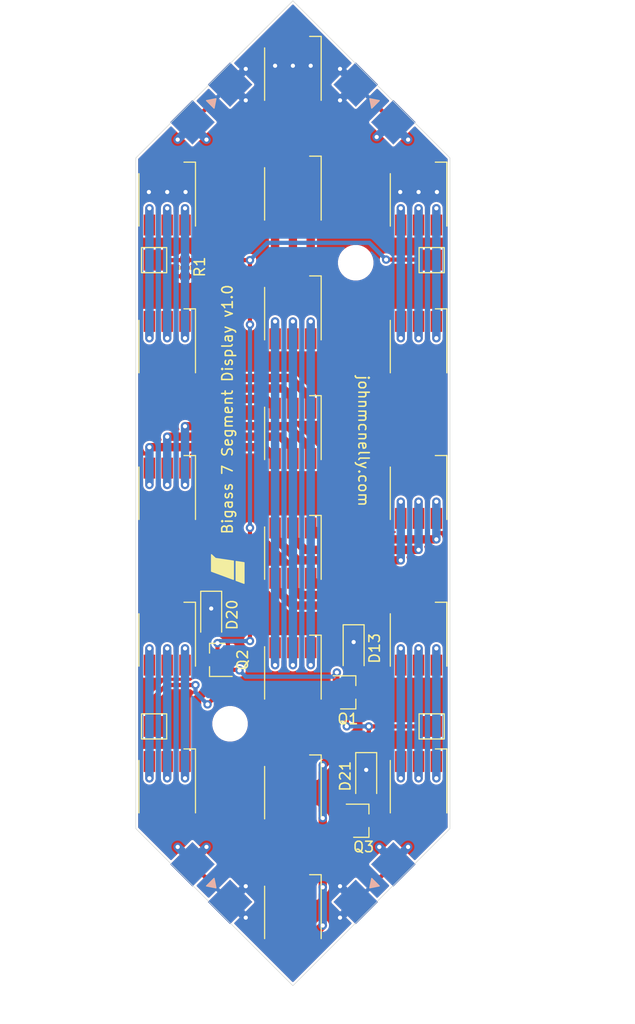
<source format=kicad_pcb>
(kicad_pcb (version 20171130) (host pcbnew "(5.1.7)-1")
  (layers (0 F.Cu signal) (31 B.Cu signal) (34 B.Paste user) (35 F.Paste user) (36 B.SilkS user) (37 F.SilkS user) (38 B.Mask user) (39 F.Mask user) (44 Edge.Cuts user))
  (net 0 "")
  (net 1 +12V)
  (net 2 "Net-(D10-Pad2)")
  (net 3 "Net-(D10-Pad1)")
  (net 4 GND)
  (net 5 /LED_ON)
  (net 6 "Net-(D10-Pad6)")
  (net 7 "Net-(D10-Pad5)")
  (net 8 "Net-(D10-Pad4)")
  (net 9 "Net-(D11-Pad4)")
  (net 10 "Net-(D11-Pad5)")
  (net 11 "Net-(D11-Pad6)")
  (net 12 "Net-(D12-Pad4)")
  (net 13 "Net-(D10-Pad3)")
  (net 14 "Net-(D20-Pad2)")
  (net 15 "Net-(D1-Pad6)")
  (net 16 "Net-(D1-Pad5)")
  (net 17 "Net-(D1-Pad4)")
  (net 18 "Net-(D2-Pad6)")
  (net 19 "Net-(D2-Pad5)")
  (net 20 "Net-(D2-Pad4)")
  (net 21 "Net-(D3-Pad6)")
  (net 22 "Net-(D3-Pad5)")
  (net 23 "Net-(D3-Pad4)")
  (net 24 "Net-(D4-Pad6)")
  (net 25 "Net-(D4-Pad5)")
  (net 26 "Net-(D4-Pad4)")
  (net 27 "Net-(D5-Pad6)")
  (net 28 "Net-(D5-Pad5)")
  (net 29 "Net-(D5-Pad4)")
  (net 30 "Net-(D7-Pad6)")
  (net 31 "Net-(D7-Pad5)")
  (net 32 "Net-(D7-Pad4)")
  (net 33 "Net-(D8-Pad6)")
  (net 34 "Net-(D8-Pad5)")
  (net 35 "Net-(D8-Pad4)")
  (net 36 "Net-(D14-Pad6)")
  (net 37 "Net-(D14-Pad5)")
  (net 38 "Net-(D14-Pad4)")
  (net 39 "Net-(D15-Pad6)")
  (net 40 "Net-(D15-Pad5)")
  (net 41 "Net-(D15-Pad4)")
  (net 42 "Net-(D16-Pad6)")
  (net 43 "Net-(D16-Pad5)")
  (net 44 "Net-(D16-Pad4)")
  (net 45 "Net-(D17-Pad6)")
  (net 46 "Net-(D17-Pad5)")
  (net 47 "Net-(D17-Pad4)")
  (net 48 "Net-(D18-Pad6)")
  (net 49 "Net-(D18-Pad5)")
  (net 50 "Net-(D18-Pad4)")
  (net 51 "Net-(D19-Pad4)")
  (module Diode_SMD:D_SOD-123 (layer F.Cu) (at 5.8 -21.2 270)
    (fp_text reference D13 (at 0 -2.000001 90) (layer F.SilkS))
    (fp_text value D_Schottky)
    (pad 2 smd rect (at 1.65 0 270) (size 0.9 1.2) (layers F.Cu F.Paste F.Mask) (net 12 "Net-(D12-Pad4)"))
    (pad 1 smd rect (at -1.65 0 270) (size 0.9 1.2) (layers F.Cu F.Paste F.Mask) (net 1 +12V))
  )
  (module MountingHole:MountingHole_3mm (layer F.Cu) (at 6 -58)
    (fp_text reference H1 hide)
    (fp_text value MountingHole)
    (pad 1 np_thru_hole circle (at 0 0) (size 3 3) (drill 3) (layers *.Cu *.Mask))
  )
  (module MountingHole:MountingHole_3mm (layer F.Cu) (at -6 -14)
    (fp_text reference H2 hide)
    (fp_text value MountingHole)
    (pad 1 np_thru_hole circle (at 0 0) (size 3 3) (drill 3) (layers *.Cu *.Mask))
  )
  (module lib_fp:Pad_01x02_Edge_Pair (layer F.Cu) (at 6 -75 315)
    (fp_text reference J1 hide)
    (fp_text value Conn_01x02)
    (pad 1 smd rect (at 0 0 315) (size 3 3) (layers B.Cu B.Mask) (net 1 +12V))
    (pad 2 smd rect (at 5.08 0 315) (size 3 3) (layers B.Cu B.Mask) (net 4 GND))
    (pad 2 smd rect (at 5.08 0 315) (size 3 3) (layers F.Cu F.Mask) (net 4 GND))
    (pad 1 smd rect (at 0 0 315) (size 3 3) (layers F.Cu F.Mask) (net 1 +12V))
  )
  (module lib_fp:Pad_01x02_Edge_Pair (layer F.Cu) (at 6 3 45)
    (fp_text reference J2 hide)
    (fp_text value Conn_01x02)
    (pad 1 smd rect (at 0 0 45) (size 3 3) (layers B.Cu B.Mask) (net 1 +12V))
    (pad 2 smd rect (at 5.08 0 45) (size 3 3) (layers B.Cu B.Mask) (net 4 GND))
    (pad 2 smd rect (at 5.08 0 45) (size 3 3) (layers F.Cu F.Mask) (net 4 GND))
    (pad 1 smd rect (at 0 0 45) (size 3 3) (layers F.Cu F.Mask) (net 1 +12V))
  )
  (module lib_fp:Pad_01x02_Edge_Pair (layer F.Cu) (at -6 -75 225)
    (fp_text reference J3 hide)
    (fp_text value Conn_01x02)
    (pad 1 smd rect (at 0 0 225) (size 3 3) (layers B.Cu B.Mask) (net 1 +12V))
    (pad 2 smd rect (at 5.08 0 225) (size 3 3) (layers B.Cu B.Mask) (net 4 GND))
    (pad 2 smd rect (at 5.08 0 225) (size 3 3) (layers F.Cu F.Mask) (net 4 GND))
    (pad 1 smd rect (at 0 0 225) (size 3 3) (layers F.Cu F.Mask) (net 1 +12V))
  )
  (module lib_fp:Pad_01x02_Edge_Pair (layer F.Cu) (at -6 3 135)
    (fp_text reference J4 hide)
    (fp_text value Conn_01x02)
    (pad 1 smd rect (at 0 0 135) (size 3 3) (layers B.Cu B.Mask) (net 1 +12V))
    (pad 2 smd rect (at 5.08 0 135) (size 3 3) (layers B.Cu B.Mask) (net 4 GND))
    (pad 2 smd rect (at 5.08 0 135) (size 3 3) (layers F.Cu F.Mask) (net 4 GND))
    (pad 1 smd rect (at 0 0 135) (size 3 3) (layers F.Cu F.Mask) (net 1 +12V))
  )
  (module Package_TO_SOT_SMD:SOT-23 (layer F.Cu) (at 5.25 -17)
    (fp_text reference Q1 (at 0 2.54) (layer F.SilkS))
    (fp_text value NDS7002A)
    (pad 3 smd rect (at 1 0) (size 0.9 0.8) (layers F.Cu F.Paste F.Mask) (net 12 "Net-(D12-Pad4)"))
    (pad 2 smd rect (at -1 0.95) (size 0.9 0.8) (layers F.Cu F.Paste F.Mask) (net 4 GND))
    (pad 1 smd rect (at -1 -0.95) (size 0.9 0.8) (layers F.Cu F.Paste F.Mask) (net 5 /LED_ON))
  )
  (module Resistor_SMD:R_0603_1608Metric (layer F.Cu) (at -10.3 -57.5 270)
    (fp_text reference R1 (at -0.1 -1.4 90) (layer F.SilkS))
    (fp_text value 10k)
    (pad 2 smd roundrect (at 0.7875 0 270) (size 0.875 0.95) (layers F.Cu F.Paste F.Mask) (net 4 GND))
    (pad 1 smd roundrect (at -0.7875 0 270) (size 0.875 0.95) (layers F.Cu F.Paste F.Mask) (net 5 /LED_ON))
  )
  (module LED_SMD:LED_RGB_5050-6 (layer F.Cu) (at -12 -50 270)
    (fp_text reference D2 hide)
    (fp_text value LED_RGB)
    (pad 6 smd rect (at 2.4 -1.7) (size 1.1 2) (layers F.Cu F.Paste F.Mask) (net 18 "Net-(D2-Pad6)"))
    (pad 5 smd rect (at 2.4 0) (size 1.1 2) (layers F.Cu F.Paste F.Mask) (net 19 "Net-(D2-Pad5)"))
    (pad 4 smd rect (at 2.4 1.7) (size 1.1 2) (layers F.Cu F.Paste F.Mask) (net 20 "Net-(D2-Pad4)"))
    (pad 3 smd rect (at -2.4 1.7) (size 1.1 2) (layers F.Cu F.Paste F.Mask) (net 17 "Net-(D1-Pad4)"))
    (pad 2 smd rect (at -2.4 0) (size 1.1 2) (layers F.Cu F.Paste F.Mask) (net 16 "Net-(D1-Pad5)"))
    (pad 1 smd rect (at -2.4 -1.7) (size 1.1 2) (layers F.Cu F.Paste F.Mask) (net 15 "Net-(D1-Pad6)"))
  )
  (module LED_SMD:LED_RGB_5050-6 (layer F.Cu) (at 0 -64.571429 270)
    (fp_text reference D8 hide)
    (fp_text value LED_RGB)
    (pad 6 smd rect (at 2.4 -1.7) (size 1.1 2) (layers F.Cu F.Paste F.Mask) (net 33 "Net-(D8-Pad6)"))
    (pad 5 smd rect (at 2.4 0) (size 1.1 2) (layers F.Cu F.Paste F.Mask) (net 34 "Net-(D8-Pad5)"))
    (pad 4 smd rect (at 2.4 1.7) (size 1.1 2) (layers F.Cu F.Paste F.Mask) (net 35 "Net-(D8-Pad4)"))
    (pad 3 smd rect (at -2.4 1.7) (size 1.1 2) (layers F.Cu F.Paste F.Mask) (net 32 "Net-(D7-Pad4)"))
    (pad 2 smd rect (at -2.4 0) (size 1.1 2) (layers F.Cu F.Paste F.Mask) (net 31 "Net-(D7-Pad5)"))
    (pad 1 smd rect (at -2.4 -1.7) (size 1.1 2) (layers F.Cu F.Paste F.Mask) (net 30 "Net-(D7-Pad6)"))
  )
  (module LED_SMD:LED_RGB_5050-6 (layer F.Cu) (at 12 -50 270)
    (fp_text reference D15 hide)
    (fp_text value LED_RGB)
    (pad 6 smd rect (at 2.4 -1.7) (size 1.1 2) (layers F.Cu F.Paste F.Mask) (net 39 "Net-(D15-Pad6)"))
    (pad 5 smd rect (at 2.4 0) (size 1.1 2) (layers F.Cu F.Paste F.Mask) (net 40 "Net-(D15-Pad5)"))
    (pad 4 smd rect (at 2.4 1.7) (size 1.1 2) (layers F.Cu F.Paste F.Mask) (net 41 "Net-(D15-Pad4)"))
    (pad 3 smd rect (at -2.4 1.7) (size 1.1 2) (layers F.Cu F.Paste F.Mask) (net 38 "Net-(D14-Pad4)"))
    (pad 2 smd rect (at -2.4 0) (size 1.1 2) (layers F.Cu F.Paste F.Mask) (net 37 "Net-(D14-Pad5)"))
    (pad 1 smd rect (at -2.4 -1.7) (size 1.1 2) (layers F.Cu F.Paste F.Mask) (net 36 "Net-(D14-Pad6)"))
  )
  (module LED_SMD:LED_RGB_5050-6 (layer F.Cu) (at 0 -41.714287 270)
    (fp_text reference D3 hide)
    (fp_text value LED_RGB)
    (pad 6 smd rect (at 2.4 -1.7) (size 1.1 2) (layers F.Cu F.Paste F.Mask) (net 21 "Net-(D3-Pad6)"))
    (pad 5 smd rect (at 2.4 0) (size 1.1 2) (layers F.Cu F.Paste F.Mask) (net 22 "Net-(D3-Pad5)"))
    (pad 4 smd rect (at 2.4 1.7) (size 1.1 2) (layers F.Cu F.Paste F.Mask) (net 23 "Net-(D3-Pad4)"))
    (pad 3 smd rect (at -2.4 1.7) (size 1.1 2) (layers F.Cu F.Paste F.Mask) (net 20 "Net-(D2-Pad4)"))
    (pad 2 smd rect (at -2.4 0) (size 1.1 2) (layers F.Cu F.Paste F.Mask) (net 19 "Net-(D2-Pad5)"))
    (pad 1 smd rect (at -2.4 -1.7) (size 1.1 2) (layers F.Cu F.Paste F.Mask) (net 18 "Net-(D2-Pad6)"))
  )
  (module LED_SMD:LED_RGB_5050-6 (layer F.Cu) (at 0 -53.142858 270)
    (fp_text reference D9 hide)
    (fp_text value LED_RGB)
    (pad 6 smd rect (at 2.4 -1.7) (size 1.1 2) (layers F.Cu F.Paste F.Mask) (net 3 "Net-(D10-Pad1)"))
    (pad 5 smd rect (at 2.4 0) (size 1.1 2) (layers F.Cu F.Paste F.Mask) (net 2 "Net-(D10-Pad2)"))
    (pad 4 smd rect (at 2.4 1.7) (size 1.1 2) (layers F.Cu F.Paste F.Mask) (net 13 "Net-(D10-Pad3)"))
    (pad 3 smd rect (at -2.4 1.7) (size 1.1 2) (layers F.Cu F.Paste F.Mask) (net 35 "Net-(D8-Pad4)"))
    (pad 2 smd rect (at -2.4 0) (size 1.1 2) (layers F.Cu F.Paste F.Mask) (net 34 "Net-(D8-Pad5)"))
    (pad 1 smd rect (at -2.4 -1.7) (size 1.1 2) (layers F.Cu F.Paste F.Mask) (net 33 "Net-(D8-Pad6)"))
  )
  (module LED_SMD:LED_RGB_5050-6 (layer F.Cu) (at 12 -36 270)
    (fp_text reference D16 hide)
    (fp_text value LED_RGB)
    (pad 6 smd rect (at 2.4 -1.7) (size 1.1 2) (layers F.Cu F.Paste F.Mask) (net 42 "Net-(D16-Pad6)"))
    (pad 5 smd rect (at 2.4 0) (size 1.1 2) (layers F.Cu F.Paste F.Mask) (net 43 "Net-(D16-Pad5)"))
    (pad 4 smd rect (at 2.4 1.7) (size 1.1 2) (layers F.Cu F.Paste F.Mask) (net 44 "Net-(D16-Pad4)"))
    (pad 3 smd rect (at -2.4 1.7) (size 1.1 2) (layers F.Cu F.Paste F.Mask) (net 41 "Net-(D15-Pad4)"))
    (pad 2 smd rect (at -2.4 0) (size 1.1 2) (layers F.Cu F.Paste F.Mask) (net 40 "Net-(D15-Pad5)"))
    (pad 1 smd rect (at -2.4 -1.7) (size 1.1 2) (layers F.Cu F.Paste F.Mask) (net 39 "Net-(D15-Pad6)"))
  )
  (module LED_SMD:LED_RGB_5050-6 (layer F.Cu) (at -12 -36 270)
    (fp_text reference D4 hide)
    (fp_text value LED_RGB)
    (pad 6 smd rect (at 2.4 -1.7) (size 1.1 2) (layers F.Cu F.Paste F.Mask) (net 24 "Net-(D4-Pad6)"))
    (pad 5 smd rect (at 2.4 0) (size 1.1 2) (layers F.Cu F.Paste F.Mask) (net 25 "Net-(D4-Pad5)"))
    (pad 4 smd rect (at 2.4 1.7) (size 1.1 2) (layers F.Cu F.Paste F.Mask) (net 26 "Net-(D4-Pad4)"))
    (pad 3 smd rect (at -2.4 1.7) (size 1.1 2) (layers F.Cu F.Paste F.Mask) (net 23 "Net-(D3-Pad4)"))
    (pad 2 smd rect (at -2.4 0) (size 1.1 2) (layers F.Cu F.Paste F.Mask) (net 22 "Net-(D3-Pad5)"))
    (pad 1 smd rect (at -2.4 -1.7) (size 1.1 2) (layers F.Cu F.Paste F.Mask) (net 21 "Net-(D3-Pad6)"))
  )
  (module LED_SMD:LED_RGB_5050-6 (layer F.Cu) (at 0 -18.857145 270)
    (fp_text reference D10 hide)
    (fp_text value LED_RGB)
    (pad 6 smd rect (at 2.4 -1.7) (size 1.1 2) (layers F.Cu F.Paste F.Mask) (net 6 "Net-(D10-Pad6)"))
    (pad 5 smd rect (at 2.4 0) (size 1.1 2) (layers F.Cu F.Paste F.Mask) (net 7 "Net-(D10-Pad5)"))
    (pad 4 smd rect (at 2.4 1.7) (size 1.1 2) (layers F.Cu F.Paste F.Mask) (net 8 "Net-(D10-Pad4)"))
    (pad 3 smd rect (at -2.4 1.7) (size 1.1 2) (layers F.Cu F.Paste F.Mask) (net 13 "Net-(D10-Pad3)"))
    (pad 2 smd rect (at -2.4 0) (size 1.1 2) (layers F.Cu F.Paste F.Mask) (net 2 "Net-(D10-Pad2)"))
    (pad 1 smd rect (at -2.4 -1.7) (size 1.1 2) (layers F.Cu F.Paste F.Mask) (net 3 "Net-(D10-Pad1)"))
  )
  (module LED_SMD:LED_RGB_5050-6 (layer F.Cu) (at 0 -30.285716 270)
    (fp_text reference D17 hide)
    (fp_text value LED_RGB)
    (pad 6 smd rect (at 2.4 -1.7) (size 1.1 2) (layers F.Cu F.Paste F.Mask) (net 45 "Net-(D17-Pad6)"))
    (pad 5 smd rect (at 2.4 0) (size 1.1 2) (layers F.Cu F.Paste F.Mask) (net 46 "Net-(D17-Pad5)"))
    (pad 4 smd rect (at 2.4 1.7) (size 1.1 2) (layers F.Cu F.Paste F.Mask) (net 47 "Net-(D17-Pad4)"))
    (pad 3 smd rect (at -2.4 1.7) (size 1.1 2) (layers F.Cu F.Paste F.Mask) (net 44 "Net-(D16-Pad4)"))
    (pad 2 smd rect (at -2.4 0) (size 1.1 2) (layers F.Cu F.Paste F.Mask) (net 43 "Net-(D16-Pad5)"))
    (pad 1 smd rect (at -2.4 -1.7) (size 1.1 2) (layers F.Cu F.Paste F.Mask) (net 42 "Net-(D16-Pad6)"))
  )
  (module LED_SMD:LED_RGB_5050-6 (layer F.Cu) (at -12 -22 270)
    (fp_text reference D5 hide)
    (fp_text value LED_RGB)
    (pad 6 smd rect (at 2.4 -1.7) (size 1.1 2) (layers F.Cu F.Paste F.Mask) (net 27 "Net-(D5-Pad6)"))
    (pad 5 smd rect (at 2.4 0) (size 1.1 2) (layers F.Cu F.Paste F.Mask) (net 28 "Net-(D5-Pad5)"))
    (pad 4 smd rect (at 2.4 1.7) (size 1.1 2) (layers F.Cu F.Paste F.Mask) (net 29 "Net-(D5-Pad4)"))
    (pad 3 smd rect (at -2.4 1.7) (size 1.1 2) (layers F.Cu F.Paste F.Mask) (net 26 "Net-(D4-Pad4)"))
    (pad 2 smd rect (at -2.4 0) (size 1.1 2) (layers F.Cu F.Paste F.Mask) (net 25 "Net-(D4-Pad5)"))
    (pad 1 smd rect (at -2.4 -1.7) (size 1.1 2) (layers F.Cu F.Paste F.Mask) (net 24 "Net-(D4-Pad6)"))
  )
  (module LED_SMD:LED_RGB_5050-6 (layer F.Cu) (at 0 -7.428574 270)
    (fp_text reference D11 hide)
    (fp_text value LED_RGB)
    (pad 6 smd rect (at 2.4 -1.7) (size 1.1 2) (layers F.Cu F.Paste F.Mask) (net 11 "Net-(D11-Pad6)"))
    (pad 5 smd rect (at 2.4 0) (size 1.1 2) (layers F.Cu F.Paste F.Mask) (net 10 "Net-(D11-Pad5)"))
    (pad 4 smd rect (at 2.4 1.7) (size 1.1 2) (layers F.Cu F.Paste F.Mask) (net 9 "Net-(D11-Pad4)"))
    (pad 3 smd rect (at -2.4 1.7) (size 1.1 2) (layers F.Cu F.Paste F.Mask) (net 8 "Net-(D10-Pad4)"))
    (pad 2 smd rect (at -2.4 0) (size 1.1 2) (layers F.Cu F.Paste F.Mask) (net 7 "Net-(D10-Pad5)"))
    (pad 1 smd rect (at -2.4 -1.7) (size 1.1 2) (layers F.Cu F.Paste F.Mask) (net 6 "Net-(D10-Pad6)"))
  )
  (module LED_SMD:LED_RGB_5050-6 (layer F.Cu) (at 12 -22 270)
    (fp_text reference D18 hide)
    (fp_text value LED_RGB)
    (pad 6 smd rect (at 2.4 -1.7) (size 1.1 2) (layers F.Cu F.Paste F.Mask) (net 48 "Net-(D18-Pad6)"))
    (pad 5 smd rect (at 2.4 0) (size 1.1 2) (layers F.Cu F.Paste F.Mask) (net 49 "Net-(D18-Pad5)"))
    (pad 4 smd rect (at 2.4 1.7) (size 1.1 2) (layers F.Cu F.Paste F.Mask) (net 50 "Net-(D18-Pad4)"))
    (pad 3 smd rect (at -2.4 1.7) (size 1.1 2) (layers F.Cu F.Paste F.Mask) (net 47 "Net-(D17-Pad4)"))
    (pad 2 smd rect (at -2.4 0) (size 1.1 2) (layers F.Cu F.Paste F.Mask) (net 46 "Net-(D17-Pad5)"))
    (pad 1 smd rect (at -2.4 -1.7) (size 1.1 2) (layers F.Cu F.Paste F.Mask) (net 45 "Net-(D17-Pad6)"))
  )
  (module LED_SMD:LED_RGB_5050-6 (layer F.Cu) (at -12 -8 270)
    (fp_text reference D6 hide)
    (fp_text value LED_RGB)
    (pad 6 smd rect (at 2.4 -1.7) (size 1.1 2) (layers F.Cu F.Paste F.Mask) (net 14 "Net-(D20-Pad2)"))
    (pad 5 smd rect (at 2.4 0) (size 1.1 2) (layers F.Cu F.Paste F.Mask) (net 14 "Net-(D20-Pad2)"))
    (pad 4 smd rect (at 2.4 1.7) (size 1.1 2) (layers F.Cu F.Paste F.Mask) (net 14 "Net-(D20-Pad2)"))
    (pad 3 smd rect (at -2.4 1.7) (size 1.1 2) (layers F.Cu F.Paste F.Mask) (net 29 "Net-(D5-Pad4)"))
    (pad 2 smd rect (at -2.4 0) (size 1.1 2) (layers F.Cu F.Paste F.Mask) (net 28 "Net-(D5-Pad5)"))
    (pad 1 smd rect (at -2.4 -1.7) (size 1.1 2) (layers F.Cu F.Paste F.Mask) (net 27 "Net-(D5-Pad6)"))
  )
  (module LED_SMD:LED_RGB_5050-6 (layer F.Cu) (at 0 4 270)
    (fp_text reference D12 hide)
    (fp_text value LED_RGB)
    (pad 6 smd rect (at 2.4 -1.7) (size 1.1 2) (layers F.Cu F.Paste F.Mask) (net 12 "Net-(D12-Pad4)"))
    (pad 5 smd rect (at 2.4 0) (size 1.1 2) (layers F.Cu F.Paste F.Mask) (net 12 "Net-(D12-Pad4)"))
    (pad 4 smd rect (at 2.4 1.7) (size 1.1 2) (layers F.Cu F.Paste F.Mask) (net 12 "Net-(D12-Pad4)"))
    (pad 3 smd rect (at -2.4 1.7) (size 1.1 2) (layers F.Cu F.Paste F.Mask) (net 9 "Net-(D11-Pad4)"))
    (pad 2 smd rect (at -2.4 0) (size 1.1 2) (layers F.Cu F.Paste F.Mask) (net 10 "Net-(D11-Pad5)"))
    (pad 1 smd rect (at -2.4 -1.7) (size 1.1 2) (layers F.Cu F.Paste F.Mask) (net 11 "Net-(D11-Pad6)"))
  )
  (module LED_SMD:LED_RGB_5050-6 (layer F.Cu) (at 12 -8 270)
    (fp_text reference D19 hide)
    (fp_text value LED_RGB)
    (pad 6 smd rect (at 2.4 -1.7) (size 1.1 2) (layers F.Cu F.Paste F.Mask) (net 51 "Net-(D19-Pad4)"))
    (pad 5 smd rect (at 2.4 0) (size 1.1 2) (layers F.Cu F.Paste F.Mask) (net 51 "Net-(D19-Pad4)"))
    (pad 4 smd rect (at 2.4 1.7) (size 1.1 2) (layers F.Cu F.Paste F.Mask) (net 51 "Net-(D19-Pad4)"))
    (pad 3 smd rect (at -2.4 1.7) (size 1.1 2) (layers F.Cu F.Paste F.Mask) (net 50 "Net-(D18-Pad4)"))
    (pad 2 smd rect (at -2.4 0) (size 1.1 2) (layers F.Cu F.Paste F.Mask) (net 49 "Net-(D18-Pad5)"))
    (pad 1 smd rect (at -2.4 -1.7) (size 1.1 2) (layers F.Cu F.Paste F.Mask) (net 48 "Net-(D18-Pad6)"))
  )
  (module LED_SMD:LED_RGB_5050-6 (layer F.Cu) (at -12 -64 270)
    (fp_text reference D1 hide)
    (fp_text value LED_RGB)
    (pad 6 smd rect (at 2.4 -1.7) (size 1.1 2) (layers F.Cu F.Paste F.Mask) (net 15 "Net-(D1-Pad6)"))
    (pad 5 smd rect (at 2.4 0) (size 1.1 2) (layers F.Cu F.Paste F.Mask) (net 16 "Net-(D1-Pad5)"))
    (pad 4 smd rect (at 2.4 1.7) (size 1.1 2) (layers F.Cu F.Paste F.Mask) (net 17 "Net-(D1-Pad4)"))
    (pad 3 smd rect (at -2.4 1.7) (size 1.1 2) (layers F.Cu F.Paste F.Mask) (net 1 +12V))
    (pad 2 smd rect (at -2.4 0) (size 1.1 2) (layers F.Cu F.Paste F.Mask) (net 1 +12V))
    (pad 1 smd rect (at -2.4 -1.7) (size 1.1 2) (layers F.Cu F.Paste F.Mask) (net 1 +12V))
  )
  (module LED_SMD:LED_RGB_5050-6 (layer F.Cu) (at 0 -76 270)
    (fp_text reference D7 hide)
    (fp_text value LED_RGB)
    (pad 6 smd rect (at 2.4 -1.7) (size 1.1 2) (layers F.Cu F.Paste F.Mask) (net 30 "Net-(D7-Pad6)"))
    (pad 5 smd rect (at 2.4 0) (size 1.1 2) (layers F.Cu F.Paste F.Mask) (net 31 "Net-(D7-Pad5)"))
    (pad 4 smd rect (at 2.4 1.7) (size 1.1 2) (layers F.Cu F.Paste F.Mask) (net 32 "Net-(D7-Pad4)"))
    (pad 3 smd rect (at -2.4 1.7) (size 1.1 2) (layers F.Cu F.Paste F.Mask) (net 1 +12V))
    (pad 2 smd rect (at -2.4 0) (size 1.1 2) (layers F.Cu F.Paste F.Mask) (net 1 +12V))
    (pad 1 smd rect (at -2.4 -1.7) (size 1.1 2) (layers F.Cu F.Paste F.Mask) (net 1 +12V))
  )
  (module LED_SMD:LED_RGB_5050-6 (layer F.Cu) (at 12 -64 270)
    (fp_text reference D14 hide)
    (fp_text value LED_RGB)
    (pad 6 smd rect (at 2.4 -1.7) (size 1.1 2) (layers F.Cu F.Paste F.Mask) (net 36 "Net-(D14-Pad6)"))
    (pad 5 smd rect (at 2.4 0) (size 1.1 2) (layers F.Cu F.Paste F.Mask) (net 37 "Net-(D14-Pad5)"))
    (pad 4 smd rect (at 2.4 1.7) (size 1.1 2) (layers F.Cu F.Paste F.Mask) (net 38 "Net-(D14-Pad4)"))
    (pad 3 smd rect (at -2.4 1.7) (size 1.1 2) (layers F.Cu F.Paste F.Mask) (net 1 +12V))
    (pad 2 smd rect (at -2.4 0) (size 1.1 2) (layers F.Cu F.Paste F.Mask) (net 1 +12V))
    (pad 1 smd rect (at -2.4 -1.7) (size 1.1 2) (layers F.Cu F.Paste F.Mask) (net 1 +12V))
  )
  (module lib_fp:bird_with_pants_small_flipped (layer F.Cu) (at -6.25 -29 90)
    (fp_text reference GRAPHIC1 hide)
    (fp_text value Graphic hide)
  )
  (module TestPoint:TestPoint_Pad_2.0x2.0mm (layer F.Cu) (at 13.25 -13.75 270)
    (fp_text reference J5 hide)
    (fp_text value Conn_01x01)
    (pad 1 smd rect (at 0 0 270) (size 2 2) (layers F.Cu F.Mask) (net 5 /LED_ON))
  )
  (module TestPoint:TestPoint_Pad_2.0x2.0mm (layer F.Cu) (at -13.25 -13.75 90)
    (fp_text reference J6 hide)
    (fp_text value Conn_01x01)
    (pad 1 smd rect (at 0 0 90) (size 2 2) (layers F.Cu F.Mask) (net 5 /LED_ON))
  )
  (module TestPoint:TestPoint_Pad_2.0x2.0mm (layer F.Cu) (at -13.25 -58.25 90)
    (fp_text reference J7 hide)
    (fp_text value Conn_01x01)
    (pad 1 smd rect (at 0 0 90) (size 2 2) (layers F.Cu F.Mask) (net 5 /LED_ON))
  )
  (module TestPoint:TestPoint_Pad_2.0x2.0mm (layer F.Cu) (at 13.25 -58.25 270)
    (fp_text reference J8 hide)
    (fp_text value Conn_01x01)
    (pad 1 smd rect (at 0 0 270) (size 2 2) (layers F.Cu F.Mask) (net 5 /LED_ON))
  )
  (module Diode_SMD:D_SOD-123 (layer F.Cu) (at -7.8 -24.4 270)
    (fp_text reference D20 (at 0 -2 90) (layer F.SilkS))
    (fp_text value D_Schottky)
    (pad 2 smd rect (at 1.65 0 270) (size 0.9 1.2) (layers F.Cu F.Paste F.Mask) (net 14 "Net-(D20-Pad2)"))
    (pad 1 smd rect (at -1.65 0 270) (size 0.9 1.2) (layers F.Cu F.Paste F.Mask) (net 1 +12V))
  )
  (module Diode_SMD:D_SOD-123 (layer F.Cu) (at 7 -9 270)
    (fp_text reference D21 (at 0 2 90) (layer F.SilkS))
    (fp_text value D_Schottky)
    (pad 2 smd rect (at 1.65 0 270) (size 0.9 1.2) (layers F.Cu F.Paste F.Mask) (net 51 "Net-(D19-Pad4)"))
    (pad 1 smd rect (at -1.65 0 270) (size 0.9 1.2) (layers F.Cu F.Paste F.Mask) (net 1 +12V))
  )
  (module Package_TO_SOT_SMD:SOT-23 (layer F.Cu) (at -7.2 -20.1 180)
    (fp_text reference Q2 (at -2.4 0 90) (layer F.SilkS))
    (fp_text value NDS7002A)
    (pad 3 smd rect (at 1 0 180) (size 0.9 0.8) (layers F.Cu F.Paste F.Mask) (net 14 "Net-(D20-Pad2)"))
    (pad 2 smd rect (at -1 0.95 180) (size 0.9 0.8) (layers F.Cu F.Paste F.Mask) (net 4 GND))
    (pad 1 smd rect (at -1 -0.95 180) (size 0.9 0.8) (layers F.Cu F.Paste F.Mask) (net 5 /LED_ON))
  )
  (module Package_TO_SOT_SMD:SOT-23 (layer F.Cu) (at 6.5 -4.75)
    (fp_text reference Q3 (at 0.25 2.5) (layer F.SilkS))
    (fp_text value NDS7002A)
    (pad 3 smd rect (at 1 0) (size 0.9 0.8) (layers F.Cu F.Paste F.Mask) (net 51 "Net-(D19-Pad4)"))
    (pad 2 smd rect (at -1 0.95) (size 0.9 0.8) (layers F.Cu F.Paste F.Mask) (net 4 GND))
    (pad 1 smd rect (at -1 -0.95) (size 0.9 0.8) (layers F.Cu F.Paste F.Mask) (net 5 /LED_ON))
  )
  (gr_text johnmcnelly.com (at 6.75 -41 270) (layer F.SilkS) (effects (font (size 1 1))))
  (gr_text "Bigass 7 Segment Display v1.0" (at -6.25 -32 90) (layer F.SilkS) (effects (font (size 1 1)) (justify left)))
  (gr_line (start 0 11) (end -15 -4) (layer Edge.Cuts) (width 0.05))
  (gr_line (start 15 -4) (end 0 11) (layer Edge.Cuts) (width 0.05))
  (gr_line (start 15 -68) (end 15 -4) (layer Edge.Cuts) (width 0.05))
  (gr_line (start 0 -83) (end 15 -68) (layer Edge.Cuts) (width 0.05))
  (gr_line (start -15 -68) (end 0 -83) (layer Edge.Cuts) (width 0.05))
  (gr_line (start -15 -4) (end -15 -68) (layer Edge.Cuts) (width 0.05))
  (segment (start -13.7 -66.4) (end -13.7 -64.8) (width 0.8) (layer F.Cu) (net 1))
  (via (at -13.75 -64.75) (size 0.8) (drill 0.4) (layers F.Cu B.Cu) (net 1))
  (segment (start -13.7 -64.8) (end -13.75 -64.75) (width 0.8) (layer F.Cu) (net 1))
  (via (at -12 -64.75) (size 0.8) (drill 0.4) (layers F.Cu B.Cu) (net 1))
  (segment (start -12 -66.4) (end -12 -64.75) (width 0.8) (layer F.Cu) (net 1))
  (segment (start -10.3 -66.4) (end -10.3 -64.8) (width 0.8) (layer F.Cu) (net 1))
  (via (at -10.25 -64.75) (size 0.8) (drill 0.4) (layers F.Cu B.Cu) (net 1))
  (segment (start -10.3 -64.8) (end -10.25 -64.75) (width 0.8) (layer F.Cu) (net 1))
  (via (at 10.25 -64.75) (size 0.8) (drill 0.4) (layers F.Cu B.Cu) (net 1))
  (segment (start 10.3 -66.4) (end 10.3 -64.8) (width 0.8) (layer F.Cu) (net 1))
  (segment (start 10.3 -64.8) (end 10.25 -64.75) (width 0.8) (layer F.Cu) (net 1))
  (via (at 12 -64.75) (size 0.8) (drill 0.4) (layers F.Cu B.Cu) (net 1))
  (segment (start 12 -66.4) (end 12 -64.75) (width 0.8) (layer F.Cu) (net 1))
  (via (at 13.75 -64.75) (size 0.8) (drill 0.4) (layers F.Cu B.Cu) (net 1))
  (segment (start 13.7 -66.4) (end 13.7 -64.8) (width 0.8) (layer F.Cu) (net 1))
  (segment (start 13.7 -64.8) (end 13.75 -64.75) (width 0.8) (layer F.Cu) (net 1))
  (via (at 4.5 -73.5) (size 0.8) (drill 0.4) (layers F.Cu B.Cu) (net 1))
  (segment (start 6 -75) (end 4.5 -73.5) (width 0.8) (layer B.Cu) (net 1))
  (segment (start 4.5 -73.5) (end 6 -75) (width 0.8) (layer F.Cu) (net 1))
  (via (at 4.5 -76.5) (size 0.8) (drill 0.4) (layers F.Cu B.Cu) (net 1))
  (segment (start 6 -75) (end 4.5 -76.5) (width 0.8) (layer F.Cu) (net 1))
  (segment (start 4.5 -76.5) (end 6 -75) (width 0.8) (layer B.Cu) (net 1))
  (via (at -4.5 -76.5) (size 0.8) (drill 0.4) (layers F.Cu B.Cu) (net 1))
  (segment (start -6 -75) (end -4.5 -76.5) (width 0.8) (layer B.Cu) (net 1))
  (segment (start -4.5 -76.5) (end -6 -75) (width 0.8) (layer F.Cu) (net 1))
  (via (at -4.5 -73.5) (size 0.8) (drill 0.4) (layers F.Cu B.Cu) (net 1))
  (segment (start -6 -75) (end -4.5 -73.5) (width 0.8) (layer F.Cu) (net 1))
  (segment (start -4.5 -73.5) (end -6 -75) (width 0.8) (layer B.Cu) (net 1))
  (via (at -4.5 1.5) (size 0.8) (drill 0.4) (layers F.Cu B.Cu) (net 1))
  (segment (start -6 3) (end -4.5 1.5) (width 0.8) (layer B.Cu) (net 1))
  (segment (start -4.5 1.5) (end -6 3) (width 0.8) (layer F.Cu) (net 1))
  (via (at -4.5 4.5) (size 0.8) (drill 0.4) (layers F.Cu B.Cu) (net 1))
  (segment (start -6 3) (end -4.5 4.5) (width 0.8) (layer F.Cu) (net 1))
  (segment (start -4.5 4.5) (end -6 3) (width 0.8) (layer B.Cu) (net 1))
  (via (at 4.5 4.5) (size 0.8) (drill 0.4) (layers F.Cu B.Cu) (net 1))
  (segment (start 6 3) (end 4.5 4.5) (width 0.8) (layer B.Cu) (net 1))
  (segment (start 4.5 4.5) (end 6 3) (width 0.8) (layer F.Cu) (net 1))
  (via (at 4.5 1.5) (size 0.8) (drill 0.4) (layers F.Cu B.Cu) (net 1))
  (segment (start 6 3) (end 4.5 1.5) (width 0.8) (layer F.Cu) (net 1))
  (segment (start 4.5 1.5) (end 6 3) (width 0.8) (layer B.Cu) (net 1))
  (via (at -7.8 -25) (size 0.8) (drill 0.4) (layers F.Cu B.Cu) (net 1))
  (segment (start -7.8 -26.05) (end -7.8 -25) (width 0.8) (layer F.Cu) (net 1))
  (via (at -1.7 -76.8) (size 0.8) (drill 0.4) (layers F.Cu B.Cu) (net 1))
  (segment (start -1.7 -78.4) (end -1.7 -76.8) (width 0.8) (layer F.Cu) (net 1))
  (via (at 0 -76.8) (size 0.8) (drill 0.4) (layers F.Cu B.Cu) (net 1))
  (segment (start 0 -78.4) (end 0 -76.8) (width 0.8) (layer F.Cu) (net 1))
  (via (at 1.7 -76.8) (size 0.8) (drill 0.4) (layers F.Cu B.Cu) (net 1))
  (segment (start 1.7 -78.4) (end 1.7 -76.8) (width 0.8) (layer F.Cu) (net 1))
  (via (at 5.8 -21.8) (size 0.8) (drill 0.4) (layers F.Cu B.Cu) (net 1))
  (segment (start 5.8 -22.85) (end 5.8 -21.8) (width 0.8) (layer F.Cu) (net 1))
  (via (at 7 -9.6) (size 0.8) (drill 0.4) (layers F.Cu B.Cu) (net 1))
  (segment (start 7 -10.65) (end 7 -9.6) (width 0.8) (layer F.Cu) (net 1))
  (via (at 0 -52.4) (size 0.8) (drill 0.4) (layers F.Cu B.Cu) (net 2))
  (segment (start 0 -50.742858) (end 0 -52.4) (width 0.8) (layer F.Cu) (net 2))
  (via (at 0 -19.6) (size 0.8) (drill 0.4) (layers F.Cu B.Cu) (net 2))
  (segment (start 0 -52.4) (end 0 -19.6) (width 0.8) (layer B.Cu) (net 2))
  (segment (start 0 -19.6) (end 0 -21.257145) (width 0.8) (layer F.Cu) (net 2))
  (via (at 1.7 -52.4) (size 0.8) (drill 0.4) (layers F.Cu B.Cu) (net 3))
  (segment (start 1.7 -50.742858) (end 1.7 -52.4) (width 0.8) (layer F.Cu) (net 3))
  (via (at 1.7 -19.6) (size 0.8) (drill 0.4) (layers F.Cu B.Cu) (net 3))
  (segment (start 1.7 -52.4) (end 1.7 -19.6) (width 0.8) (layer B.Cu) (net 3))
  (segment (start 1.7 -19.6) (end 1.7 -21.257145) (width 0.8) (layer F.Cu) (net 3))
  (segment (start 9.592102 -71.407898) (end 9.407898 -71.407898) (width 0.8) (layer B.Cu) (net 4))
  (via (at 8 -70) (size 0.8) (drill 0.4) (layers F.Cu B.Cu) (net 4))
  (segment (start 9.407898 -71.407898) (end 8 -70) (width 0.8) (layer B.Cu) (net 4))
  (segment (start 9.407898 -71.407898) (end 8 -70) (width 0.8) (layer F.Cu) (net 4))
  (segment (start 9.592102 -71.407898) (end 9.407898 -71.407898) (width 0.8) (layer F.Cu) (net 4))
  (via (at 11 -69.75) (size 0.8) (drill 0.4) (layers F.Cu B.Cu) (net 4))
  (segment (start 9.592102 -71.407898) (end 9.592102 -71.157898) (width 0.8) (layer F.Cu) (net 4))
  (segment (start 9.592102 -71.157898) (end 11 -69.75) (width 0.8) (layer F.Cu) (net 4))
  (segment (start 9.592102 -71.157898) (end 11 -69.75) (width 0.8) (layer B.Cu) (net 4))
  (segment (start 9.592102 -71.407898) (end 9.592102 -71.157898) (width 0.8) (layer B.Cu) (net 4))
  (via (at -11 -69.75) (size 0.8) (drill 0.4) (layers F.Cu B.Cu) (net 4))
  (segment (start -9.592102 -71.407898) (end -9.592102 -71.157898) (width 0.8) (layer F.Cu) (net 4))
  (segment (start -9.592102 -71.157898) (end -11 -69.75) (width 0.8) (layer F.Cu) (net 4))
  (segment (start -9.592102 -71.157898) (end -11 -69.75) (width 0.8) (layer B.Cu) (net 4))
  (segment (start -9.592102 -71.407898) (end -9.592102 -71.157898) (width 0.8) (layer B.Cu) (net 4))
  (via (at -8.25 -69.75) (size 0.8) (drill 0.4) (layers F.Cu B.Cu) (net 4))
  (segment (start -9.592102 -71.407898) (end -9.592102 -71.092102) (width 0.8) (layer B.Cu) (net 4))
  (segment (start -9.592102 -71.092102) (end -8.25 -69.75) (width 0.8) (layer B.Cu) (net 4))
  (segment (start -9.592102 -71.092102) (end -8.25 -69.75) (width 0.8) (layer F.Cu) (net 4))
  (segment (start -9.592102 -71.407898) (end -9.592102 -71.092102) (width 0.8) (layer F.Cu) (net 4))
  (via (at -11 -2.25) (size 0.8) (drill 0.4) (layers F.Cu B.Cu) (net 4))
  (segment (start -9.592102 -0.592102) (end -9.592102 -0.842102) (width 0.8) (layer B.Cu) (net 4))
  (segment (start -9.592102 -0.842102) (end -11 -2.25) (width 0.8) (layer B.Cu) (net 4))
  (segment (start -9.592102 -0.842102) (end -11 -2.25) (width 0.8) (layer F.Cu) (net 4))
  (segment (start -9.592102 -0.592102) (end -9.592102 -0.842102) (width 0.8) (layer F.Cu) (net 4))
  (via (at -8.25 -2.25) (size 0.8) (drill 0.4) (layers F.Cu B.Cu) (net 4))
  (segment (start -9.592102 -0.592102) (end -9.592102 -0.907898) (width 0.8) (layer F.Cu) (net 4))
  (segment (start -9.592102 -0.907898) (end -8.25 -2.25) (width 0.8) (layer F.Cu) (net 4))
  (segment (start -9.592102 -0.907898) (end -8.25 -2.25) (width 0.8) (layer B.Cu) (net 4))
  (segment (start -9.592102 -0.592102) (end -9.592102 -0.907898) (width 0.8) (layer B.Cu) (net 4))
  (via (at 8.25 -2.25) (size 0.8) (drill 0.4) (layers F.Cu B.Cu) (net 4))
  (segment (start 9.592102 -0.592102) (end 9.592102 -0.907898) (width 0.8) (layer B.Cu) (net 4))
  (segment (start 9.592102 -0.907898) (end 8.25 -2.25) (width 0.8) (layer B.Cu) (net 4))
  (segment (start 9.592102 -0.907898) (end 8.25 -2.25) (width 0.8) (layer F.Cu) (net 4))
  (segment (start 9.592102 -0.592102) (end 9.592102 -0.907898) (width 0.8) (layer F.Cu) (net 4))
  (via (at 11 -2.25) (size 0.8) (drill 0.4) (layers F.Cu B.Cu) (net 4))
  (segment (start 9.592102 -0.592102) (end 9.592102 -0.842102) (width 0.8) (layer F.Cu) (net 4))
  (segment (start 9.592102 -0.842102) (end 11 -2.25) (width 0.8) (layer F.Cu) (net 4))
  (segment (start 9.592102 -0.842102) (end 11 -2.25) (width 0.8) (layer B.Cu) (net 4))
  (segment (start 9.592102 -0.592102) (end 9.592102 -0.842102) (width 0.8) (layer B.Cu) (net 4))
  (segment (start 13.25 -13.75) (end 7.25 -13.75) (width 0.4) (layer F.Cu) (net 5))
  (segment (start 7.25 -13.75) (end 7.25 -13.184315) (width 0.4) (layer F.Cu) (net 5))
  (segment (start 7.25 -13.184315) (end 5.5 -11.434315) (width 0.4) (layer F.Cu) (net 5))
  (segment (start 5.5 -11.434315) (end 5.5 -5.7) (width 0.4) (layer F.Cu) (net 5))
  (via (at 8.9 -58.3) (size 0.8) (drill 0.4) (layers F.Cu B.Cu) (net 5))
  (segment (start 13.2 -58.3) (end 13.25 -58.25) (width 0.4) (layer F.Cu) (net 5))
  (segment (start 8.9 -58.3) (end 13.2 -58.3) (width 0.4) (layer F.Cu) (net 5))
  (segment (start -13.25 -58.25) (end -5 -58.25) (width 0.4) (layer F.Cu) (net 5))
  (via (at -4.1 -58.25) (size 0.8) (drill 0.4) (layers F.Cu B.Cu) (net 5))
  (segment (start -2.449999 -59.900001) (end -4.1 -58.25) (width 0.4) (layer B.Cu) (net 5))
  (segment (start -5 -58.25) (end -4.1 -58.25) (width 0.4) (layer F.Cu) (net 5))
  (segment (start 8.9 -58.3) (end 7.299999 -59.900001) (width 0.4) (layer B.Cu) (net 5))
  (segment (start 7.299999 -59.900001) (end -2.449999 -59.900001) (width 0.4) (layer B.Cu) (net 5))
  (segment (start -13.25 -16.55) (end -12.1 -17.7) (width 0.4) (layer F.Cu) (net 5))
  (segment (start -12.1 -17.7) (end -9.3 -17.7) (width 0.4) (layer F.Cu) (net 5))
  (segment (start -13.25 -13.75) (end -13.25 -16.55) (width 0.4) (layer F.Cu) (net 5))
  (via (at -9.3 -17.7) (size 0.8) (drill 0.4) (layers F.Cu B.Cu) (net 5))
  (via (at 5.142893 -13.757107) (size 0.8) (drill 0.4) (layers F.Cu B.Cu) (net 5))
  (segment (start 5.142893 -17.057107) (end 5.142893 -13.757107) (width 0.4) (layer F.Cu) (net 5))
  (segment (start 4.25 -17.95) (end 5.142893 -17.057107) (width 0.4) (layer F.Cu) (net 5))
  (via (at 7.25 -13.75) (size 0.8) (drill 0.4) (layers F.Cu B.Cu) (net 5))
  (segment (start 7.242893 -13.757107) (end 7.25 -13.75) (width 0.4) (layer B.Cu) (net 5))
  (segment (start 5.142893 -13.757107) (end 7.242893 -13.757107) (width 0.4) (layer B.Cu) (net 5))
  (via (at -4.1 -52.09999) (size 0.8) (drill 0.4) (layers F.Cu B.Cu) (net 5))
  (segment (start -4.1 -58.25) (end -4.1 -52.09999) (width 0.4) (layer F.Cu) (net 5))
  (via (at -4.1 -32.699996) (size 0.8) (drill 0.4) (layers F.Cu B.Cu) (net 5))
  (segment (start -4.1 -52.09999) (end -4.1 -32.699996) (width 0.4) (layer B.Cu) (net 5))
  (via (at -8.149999 -15.852892) (size 0.8) (drill 0.4) (layers F.Cu B.Cu) (net 5))
  (segment (start -9.3 -17.002893) (end -8.149999 -15.852892) (width 0.4) (layer B.Cu) (net 5))
  (segment (start -9.3 -17.7) (end -9.3 -17.002893) (width 0.4) (layer B.Cu) (net 5))
  (segment (start 4.25 -18.85) (end 4.2 -18.9) (width 0.4) (layer F.Cu) (net 5))
  (via (at 4.2 -18.9) (size 0.8) (drill 0.4) (layers F.Cu B.Cu) (net 5))
  (segment (start 4.25 -17.95) (end 4.25 -18.85) (width 0.4) (layer F.Cu) (net 5))
  (via (at -5.1 -19.1) (size 0.8) (drill 0.4) (layers F.Cu B.Cu) (net 5))
  (segment (start -5.15 -19.15) (end -5.1 -19.1) (width 0.4) (layer F.Cu) (net 5))
  (segment (start -6.2 -19.15) (end -5.15 -19.15) (width 0.4) (layer F.Cu) (net 5))
  (segment (start 4.2 -18.9) (end 3.800001 -18.500001) (width 0.4) (layer B.Cu) (net 5))
  (segment (start 3.800001 -18.500001) (end -4.500001 -18.500001) (width 0.4) (layer B.Cu) (net 5))
  (segment (start -4.500001 -18.500001) (end -5.1 -19.1) (width 0.4) (layer B.Cu) (net 5))
  (segment (start -4.1 -32.699996) (end -4.1 -21.9) (width 0.4) (layer F.Cu) (net 5))
  (via (at -4.1 -21.9) (size 0.8) (drill 0.4) (layers F.Cu B.Cu) (net 5))
  (via (at -7.2 -21.699998) (size 0.8) (drill 0.4) (layers F.Cu B.Cu) (net 5))
  (segment (start -6.999998 -21.9) (end -7.2 -21.699998) (width 0.4) (layer B.Cu) (net 5))
  (segment (start -4.1 -21.9) (end -6.999998 -21.9) (width 0.4) (layer B.Cu) (net 5))
  (segment (start -7.2 -16.802891) (end -8.149999 -15.852892) (width 0.4) (layer F.Cu) (net 5))
  (segment (start -6.2 -19.15) (end -7.15 -19.15) (width 0.4) (layer F.Cu) (net 5))
  (segment (start -7.15 -19.15) (end -7.2 -19.2) (width 0.4) (layer F.Cu) (net 5))
  (segment (start -7.2 -19.2) (end -7.2 -16.802891) (width 0.4) (layer F.Cu) (net 5))
  (segment (start -7.2 -21.699998) (end -7.2 -19.2) (width 0.4) (layer F.Cu) (net 5))
  (segment (start 1.7 -16.457145) (end 1.7 -9.828574) (width 0.8) (layer F.Cu) (net 6))
  (segment (start 0 -16.457145) (end 0 -9.828574) (width 0.8) (layer F.Cu) (net 7))
  (segment (start -1.7 -16.457145) (end -1.7 -9.828574) (width 0.8) (layer F.Cu) (net 8))
  (segment (start -1.7 -5.028574) (end -1.7 1.39999) (width 0.8) (layer F.Cu) (net 9))
  (segment (start 0 -5.028574) (end 0 1.6) (width 0.8) (layer F.Cu) (net 10))
  (segment (start 1.7 -5.028574) (end 1.7 1.6) (width 0.8) (layer F.Cu) (net 11))
  (segment (start 1.7 6.4) (end -1.7 6.4) (width 0.8) (layer F.Cu) (net 12))
  (segment (start 6.25 -13.45) (end 6.25 -17) (width 0.8) (layer F.Cu) (net 12))
  (segment (start 2.850001 -10.050001) (end 6.25 -13.45) (width 0.8) (layer F.Cu) (net 12))
  (segment (start 6.25 -19.1) (end 5.8 -19.55) (width 0.8) (layer F.Cu) (net 12))
  (segment (start 6.25 -17) (end 6.25 -19.1) (width 0.8) (layer F.Cu) (net 12))
  (via (at 2.850001 5.249999) (size 0.8) (drill 0.4) (layers F.Cu B.Cu) (net 12))
  (segment (start 1.7 6.4) (end 2.850001 5.249999) (width 0.8) (layer F.Cu) (net 12))
  (via (at 2.850002 1.6) (size 0.8) (drill 0.4) (layers F.Cu B.Cu) (net 12))
  (segment (start 2.850001 1.600001) (end 2.850002 1.6) (width 0.8) (layer B.Cu) (net 12))
  (segment (start 2.850001 5.249999) (end 2.850001 1.600001) (width 0.8) (layer B.Cu) (net 12))
  (via (at 2.850002 -5) (size 0.8) (drill 0.4) (layers F.Cu B.Cu) (net 12))
  (segment (start 2.850002 1.6) (end 2.850002 -5) (width 0.8) (layer F.Cu) (net 12))
  (via (at 2.850001 -10.050001) (size 0.8) (drill 0.4) (layers F.Cu B.Cu) (net 12))
  (segment (start 2.850002 -10.05) (end 2.850001 -10.050001) (width 0.8) (layer B.Cu) (net 12))
  (segment (start 2.850002 -5) (end 2.850002 -10.05) (width 0.8) (layer B.Cu) (net 12))
  (via (at -1.7 -52.4) (size 0.8) (drill 0.4) (layers F.Cu B.Cu) (net 13))
  (segment (start -1.7 -50.742858) (end -1.7 -52.4) (width 0.8) (layer F.Cu) (net 13))
  (via (at -1.7 -19.6) (size 0.8) (drill 0.4) (layers F.Cu B.Cu) (net 13))
  (segment (start -1.7 -52.4) (end -1.7 -19.6) (width 0.8) (layer B.Cu) (net 13))
  (segment (start -1.7 -19.6) (end -1.7 -21.257145) (width 0.8) (layer F.Cu) (net 13))
  (segment (start -13.7 -5.6) (end -10.3 -5.6) (width 0.8) (layer F.Cu) (net 14))
  (segment (start -8.2 -22.35) (end -7.8 -22.75) (width 0.8) (layer F.Cu) (net 14))
  (segment (start -8.2 -20.1) (end -8.2 -22.35) (width 0.8) (layer F.Cu) (net 14))
  (segment (start -8.2 -17.319998) (end -9.149999 -16.369999) (width 0.8) (layer F.Cu) (net 14))
  (segment (start -8.2 -20.1) (end -8.2 -17.319998) (width 0.8) (layer F.Cu) (net 14))
  (segment (start -10.3 -7.385773) (end -10.3 -5.6) (width 0.8) (layer F.Cu) (net 14))
  (segment (start -9.149999 -8.535774) (end -10.3 -7.385773) (width 0.8) (layer F.Cu) (net 14))
  (segment (start -9.149999 -16.369999) (end -9.149999 -8.535774) (width 0.8) (layer F.Cu) (net 14))
  (via (at -10.3 -63.2) (size 0.8) (drill 0.4) (layers F.Cu B.Cu) (net 15))
  (segment (start -10.3 -61.6) (end -10.3 -63.2) (width 0.8) (layer F.Cu) (net 15))
  (via (at -10.3 -50.8) (size 0.8) (drill 0.4) (layers F.Cu B.Cu) (net 15))
  (segment (start -10.3 -63.2) (end -10.3 -50.8) (width 0.8) (layer B.Cu) (net 15))
  (segment (start -10.3 -50.8) (end -10.3 -52.4) (width 0.8) (layer F.Cu) (net 15))
  (via (at -12 -63.2) (size 0.8) (drill 0.4) (layers F.Cu B.Cu) (net 16))
  (segment (start -12 -61.6) (end -12 -63.2) (width 0.8) (layer F.Cu) (net 16))
  (via (at -12 -50.8) (size 0.8) (drill 0.4) (layers F.Cu B.Cu) (net 16))
  (segment (start -12 -63.2) (end -12 -50.8) (width 0.8) (layer B.Cu) (net 16))
  (segment (start -12 -50.8) (end -12 -52.4) (width 0.8) (layer F.Cu) (net 16))
  (via (at -13.7 -63.2) (size 0.8) (drill 0.4) (layers F.Cu B.Cu) (net 17))
  (segment (start -13.7 -61.6) (end -13.7 -63.2) (width 0.8) (layer F.Cu) (net 17))
  (via (at -13.7 -50.8) (size 0.8) (drill 0.4) (layers F.Cu B.Cu) (net 17))
  (segment (start -13.7 -63.2) (end -13.7 -50.8) (width 0.8) (layer B.Cu) (net 17))
  (segment (start -13.7 -50.8) (end -13.7 -52.4) (width 0.8) (layer F.Cu) (net 17))
  (segment (start 1.7 -45.044289) (end 1.7 -44.114287) (width 0.8) (layer F.Cu) (net 18))
  (segment (start 1.7 -45.044289) (end -0.25572 -47.000009) (width 0.8) (layer F.Cu) (net 18))
  (segment (start -9.700009 -47.000009) (end -10.3 -47.6) (width 0.8) (layer F.Cu) (net 18))
  (segment (start -0.25572 -47.000009) (end -9.700009 -47.000009) (width 0.8) (layer F.Cu) (net 18))
  (segment (start -12 -46.669998) (end -12 -47.6) (width 0.8) (layer F.Cu) (net 19))
  (segment (start -11.330001 -45.999999) (end -12 -46.669998) (width 0.8) (layer F.Cu) (net 19))
  (segment (start -0.95571 -45.999999) (end -11.330001 -45.999999) (width 0.8) (layer F.Cu) (net 19))
  (segment (start 0 -45.044289) (end -0.95571 -45.999999) (width 0.8) (layer F.Cu) (net 19))
  (segment (start 0 -44.114287) (end 0 -45.044289) (width 0.8) (layer F.Cu) (net 19))
  (segment (start -12.029991 -44.999989) (end -2.585702 -44.999989) (width 0.8) (layer F.Cu) (net 20))
  (segment (start -2.585702 -44.999989) (end -1.7 -44.114287) (width 0.8) (layer F.Cu) (net 20))
  (segment (start -13.7 -46.669998) (end -12.029991 -44.999989) (width 0.8) (layer F.Cu) (net 20))
  (segment (start -13.7 -47.6) (end -13.7 -46.669998) (width 0.8) (layer F.Cu) (net 20))
  (segment (start 1.7 -40.244289) (end -0.455711 -42.4) (width 0.8) (layer F.Cu) (net 21))
  (segment (start 1.7 -39.314287) (end 1.7 -40.244289) (width 0.8) (layer F.Cu) (net 21))
  (via (at -10.3 -42.4) (size 0.8) (drill 0.4) (layers F.Cu B.Cu) (net 21))
  (segment (start -0.455711 -42.4) (end -10.3 -42.4) (width 0.8) (layer F.Cu) (net 21))
  (via (at -10.3 -36.8) (size 0.8) (drill 0.4) (layers F.Cu B.Cu) (net 21))
  (segment (start -10.3 -42.4) (end -10.3 -36.8) (width 0.8) (layer B.Cu) (net 21))
  (segment (start -10.3 -36.8) (end -10.3 -38.4) (width 0.8) (layer F.Cu) (net 21))
  (segment (start -1.155711 -41.4) (end -12 -41.4) (width 0.8) (layer F.Cu) (net 22))
  (segment (start 0 -40.244289) (end -1.155711 -41.4) (width 0.8) (layer F.Cu) (net 22))
  (via (at -12 -41.4) (size 0.8) (drill 0.4) (layers F.Cu B.Cu) (net 22))
  (segment (start 0 -39.314287) (end 0 -40.244289) (width 0.8) (layer F.Cu) (net 22))
  (via (at -12 -36.8) (size 0.8) (drill 0.4) (layers F.Cu B.Cu) (net 22))
  (segment (start -12 -41.4) (end -12 -36.8) (width 0.8) (layer B.Cu) (net 22))
  (segment (start -12 -36.8) (end -12 -38.4) (width 0.8) (layer F.Cu) (net 22))
  (via (at -13.7 -40.4) (size 0.8) (drill 0.4) (layers F.Cu B.Cu) (net 23))
  (segment (start -2.785713 -40.4) (end -13.7 -40.4) (width 0.8) (layer F.Cu) (net 23))
  (segment (start -1.7 -39.314287) (end -2.785713 -40.4) (width 0.8) (layer F.Cu) (net 23))
  (via (at -13.7 -36.8) (size 0.8) (drill 0.4) (layers F.Cu B.Cu) (net 23))
  (segment (start -13.7 -40.4) (end -13.7 -36.8) (width 0.8) (layer B.Cu) (net 23))
  (segment (start -13.7 -36.8) (end -13.7 -38.4) (width 0.8) (layer F.Cu) (net 23))
  (segment (start -10.3 -33.6) (end -10.3 -24.4) (width 0.8) (layer F.Cu) (net 24))
  (segment (start -12 -33.6) (end -12 -24.4) (width 0.8) (layer F.Cu) (net 25))
  (segment (start -13.7 -33.6) (end -13.7 -24.4) (width 0.8) (layer F.Cu) (net 26))
  (via (at -10.3 -21.2) (size 0.8) (drill 0.4) (layers F.Cu B.Cu) (net 27))
  (segment (start -10.3 -19.6) (end -10.3 -21.2) (width 0.8) (layer F.Cu) (net 27))
  (via (at -10.3 -8.8) (size 0.8) (drill 0.4) (layers F.Cu B.Cu) (net 27))
  (segment (start -10.3 -21.2) (end -10.3 -8.8) (width 0.8) (layer B.Cu) (net 27))
  (segment (start -10.3 -8.8) (end -10.3 -10.4) (width 0.8) (layer F.Cu) (net 27))
  (via (at -12 -8.8) (size 0.8) (drill 0.4) (layers F.Cu B.Cu) (net 28))
  (segment (start -12 -10.4) (end -12 -8.8) (width 0.8) (layer F.Cu) (net 28))
  (via (at -12 -21.2) (size 0.8) (drill 0.4) (layers F.Cu B.Cu) (net 28))
  (segment (start -12 -8.8) (end -12 -21.2) (width 0.8) (layer B.Cu) (net 28))
  (segment (start -12 -21.2) (end -12 -19.6) (width 0.8) (layer F.Cu) (net 28))
  (via (at -13.7 -21.2) (size 0.8) (drill 0.4) (layers F.Cu B.Cu) (net 29))
  (segment (start -13.7 -19.6) (end -13.7 -21.2) (width 0.8) (layer F.Cu) (net 29))
  (via (at -13.7 -8.8) (size 0.8) (drill 0.4) (layers F.Cu B.Cu) (net 29))
  (segment (start -13.7 -21.2) (end -13.7 -8.8) (width 0.8) (layer B.Cu) (net 29))
  (segment (start -13.7 -8.8) (end -13.7 -10.4) (width 0.8) (layer F.Cu) (net 29))
  (segment (start 1.7 -73.6) (end 1.7 -66.971429) (width 0.8) (layer F.Cu) (net 30))
  (segment (start 0 -73.6) (end 0 -66.971429) (width 0.8) (layer F.Cu) (net 31))
  (segment (start -1.7 -73.6) (end -1.7 -66.971429) (width 0.8) (layer F.Cu) (net 32))
  (segment (start 1.7 -62.171429) (end 1.7 -55.542858) (width 0.8) (layer F.Cu) (net 33))
  (segment (start 0 -62.171429) (end 0 -55.542858) (width 0.8) (layer F.Cu) (net 34))
  (segment (start -1.7 -62.171429) (end -1.7 -55.542858) (width 0.8) (layer F.Cu) (net 35))
  (via (at 13.7 -63.2) (size 0.8) (drill 0.4) (layers F.Cu B.Cu) (net 36))
  (segment (start 13.7 -61.6) (end 13.7 -63.2) (width 0.8) (layer F.Cu) (net 36))
  (via (at 13.7 -50.8) (size 0.8) (drill 0.4) (layers F.Cu B.Cu) (net 36))
  (segment (start 13.7 -63.2) (end 13.7 -50.8) (width 0.8) (layer B.Cu) (net 36))
  (segment (start 13.7 -50.8) (end 13.7 -52.4) (width 0.8) (layer F.Cu) (net 36))
  (via (at 12 -63.2) (size 0.8) (drill 0.4) (layers F.Cu B.Cu) (net 37))
  (segment (start 12 -61.6) (end 12 -63.2) (width 0.8) (layer F.Cu) (net 37))
  (via (at 12 -50.8) (size 0.8) (drill 0.4) (layers F.Cu B.Cu) (net 37))
  (segment (start 12 -63.2) (end 12 -50.8) (width 0.8) (layer B.Cu) (net 37))
  (segment (start 12 -50.8) (end 12 -52.4) (width 0.8) (layer F.Cu) (net 37))
  (via (at 10.3 -63.2) (size 0.8) (drill 0.4) (layers F.Cu B.Cu) (net 38))
  (segment (start 10.3 -61.6) (end 10.3 -63.2) (width 0.8) (layer F.Cu) (net 38))
  (via (at 10.3 -50.8) (size 0.8) (drill 0.4) (layers F.Cu B.Cu) (net 38))
  (segment (start 10.3 -63.2) (end 10.3 -50.8) (width 0.8) (layer B.Cu) (net 38))
  (segment (start 10.3 -50.8) (end 10.3 -52.4) (width 0.8) (layer F.Cu) (net 38))
  (segment (start 13.7 -47.6) (end 13.7 -38.4) (width 0.8) (layer F.Cu) (net 39))
  (segment (start 12 -47.6) (end 12 -38.4) (width 0.8) (layer F.Cu) (net 40))
  (segment (start 10.3 -47.6) (end 10.3 -38.4) (width 0.8) (layer F.Cu) (net 41))
  (segment (start 1.814284 -32.685716) (end 2.89999 -31.60001) (width 0.8) (layer F.Cu) (net 42))
  (segment (start 1.7 -32.685716) (end 1.814284 -32.685716) (width 0.8) (layer F.Cu) (net 42))
  (via (at 13.7 -31.6) (size 0.8) (drill 0.4) (layers F.Cu B.Cu) (net 42))
  (segment (start 13.69999 -31.60001) (end 13.7 -31.6) (width 0.8) (layer F.Cu) (net 42))
  (segment (start 2.89999 -31.60001) (end 13.69999 -31.60001) (width 0.8) (layer F.Cu) (net 42))
  (via (at 13.7 -35.2) (size 0.8) (drill 0.4) (layers F.Cu B.Cu) (net 42))
  (segment (start 13.7 -31.6) (end 13.7 -35.2) (width 0.8) (layer B.Cu) (net 42))
  (segment (start 13.7 -35.2) (end 13.7 -33.6) (width 0.8) (layer F.Cu) (net 42))
  (via (at 12 -30.6) (size 0.8) (drill 0.4) (layers F.Cu B.Cu) (net 43))
  (via (at 12 -35.2) (size 0.8) (drill 0.4) (layers F.Cu B.Cu) (net 43))
  (segment (start 12 -30.6) (end 12 -35.2) (width 0.8) (layer B.Cu) (net 43))
  (segment (start 12 -35.2) (end 12 -33.6) (width 0.8) (layer F.Cu) (net 43))
  (segment (start 0 -31.755714) (end 1.155714 -30.6) (width 0.8) (layer F.Cu) (net 43))
  (segment (start 1.155714 -30.6) (end 12 -30.6) (width 0.8) (layer F.Cu) (net 43))
  (segment (start 0 -32.685716) (end 0 -31.755714) (width 0.8) (layer F.Cu) (net 43))
  (via (at 10.3 -29.6) (size 0.8) (drill 0.4) (layers F.Cu B.Cu) (net 44))
  (segment (start 10.3 -35.2) (end 10.3 -33.6) (width 0.8) (layer F.Cu) (net 44))
  (segment (start 10.3 -29.6) (end 10.3 -35.2) (width 0.8) (layer B.Cu) (net 44))
  (via (at 10.3 -35.2) (size 0.8) (drill 0.4) (layers F.Cu B.Cu) (net 44))
  (segment (start 0.455714 -29.6) (end 10.3 -29.6) (width 0.8) (layer F.Cu) (net 44))
  (segment (start -1.7 -31.755714) (end 0.455714 -29.6) (width 0.8) (layer F.Cu) (net 44))
  (segment (start -1.7 -32.685716) (end -1.7 -31.755714) (width 0.8) (layer F.Cu) (net 44))
  (segment (start 13.7 -25.330002) (end 11.744277 -27.285725) (width 0.8) (layer F.Cu) (net 45))
  (segment (start 13.7 -24.4) (end 13.7 -25.330002) (width 0.8) (layer F.Cu) (net 45))
  (segment (start 2.299991 -27.285725) (end 1.7 -27.885716) (width 0.8) (layer F.Cu) (net 45))
  (segment (start 11.744277 -27.285725) (end 2.299991 -27.285725) (width 0.8) (layer F.Cu) (net 45))
  (segment (start 12 -25.330002) (end 12 -24.4) (width 0.8) (layer F.Cu) (net 46))
  (segment (start 11.044287 -26.285715) (end 12 -25.330002) (width 0.8) (layer F.Cu) (net 46))
  (segment (start 0.669999 -26.285715) (end 11.044287 -26.285715) (width 0.8) (layer F.Cu) (net 46))
  (segment (start 0 -26.955714) (end 0.669999 -26.285715) (width 0.8) (layer F.Cu) (net 46))
  (segment (start 0 -27.885716) (end 0 -26.955714) (width 0.8) (layer F.Cu) (net 46))
  (segment (start 9.414295 -25.285705) (end 10.3 -24.4) (width 0.8) (layer F.Cu) (net 47))
  (segment (start -1.7 -26.955714) (end -0.029991 -25.285705) (width 0.8) (layer F.Cu) (net 47))
  (segment (start -0.029991 -25.285705) (end 9.414295 -25.285705) (width 0.8) (layer F.Cu) (net 47))
  (segment (start -1.7 -27.885716) (end -1.7 -26.955714) (width 0.8) (layer F.Cu) (net 47))
  (via (at 13.7 -21.2) (size 0.8) (drill 0.4) (layers F.Cu B.Cu) (net 48))
  (segment (start 13.7 -19.6) (end 13.7 -21.2) (width 0.8) (layer F.Cu) (net 48))
  (via (at 13.7 -8.8) (size 0.8) (drill 0.4) (layers F.Cu B.Cu) (net 48))
  (segment (start 13.7 -21.2) (end 13.7 -8.8) (width 0.8) (layer B.Cu) (net 48))
  (segment (start 13.7 -8.8) (end 13.7 -10.4) (width 0.8) (layer F.Cu) (net 48))
  (via (at 12 -8.8) (size 0.8) (drill 0.4) (layers F.Cu B.Cu) (net 49))
  (segment (start 12 -10.4) (end 12 -8.8) (width 0.8) (layer F.Cu) (net 49))
  (via (at 12 -21.2) (size 0.8) (drill 0.4) (layers F.Cu B.Cu) (net 49))
  (segment (start 12 -8.8) (end 12 -21.2) (width 0.8) (layer B.Cu) (net 49))
  (segment (start 12 -21.2) (end 12 -19.6) (width 0.8) (layer F.Cu) (net 49))
  (via (at 10.3 -21.2) (size 0.8) (drill 0.4) (layers F.Cu B.Cu) (net 50))
  (segment (start 10.3 -19.6) (end 10.3 -21.2) (width 0.8) (layer F.Cu) (net 50))
  (via (at 10.3 -8.8) (size 0.8) (drill 0.4) (layers F.Cu B.Cu) (net 50))
  (segment (start 10.3 -21.2) (end 10.3 -8.8) (width 0.8) (layer B.Cu) (net 50))
  (segment (start 10.3 -8.8) (end 10.3 -10.4) (width 0.8) (layer F.Cu) (net 50))
  (segment (start 13.7 -5.6) (end 10.3 -5.6) (width 0.8) (layer F.Cu) (net 51))
  (segment (start 7.5 -6.85) (end 7 -7.35) (width 0.8) (layer F.Cu) (net 51))
  (segment (start 7.5 -6) (end 9.9 -6) (width 0.8) (layer F.Cu) (net 51))
  (segment (start 7.5 -4.75) (end 7.5 -6) (width 0.8) (layer F.Cu) (net 51))
  (segment (start 9.9 -6) (end 10.3 -5.6) (width 0.8) (layer F.Cu) (net 51))
  (segment (start 7.5 -6) (end 7.5 -6.85) (width 0.8) (layer F.Cu) (net 51))
  (zone (net 4) (net_name GND) (layer F.Cu) (connect_pads (clearance 0.2)) (min_thickness 0.2) (fill yes (arc_segments 32) (thermal_gap 0.2) (thermal_bridge_width 0.4))
    (polygon (pts (xy 15 -68) (xy 15 -4) (xy 0 11) (xy -15 -4) (xy -15 -68) (xy 0 -83)))
  )
  (zone (net 1) (net_name +12V) (layer B.Cu) (connect_pads (clearance 0.2)) (min_thickness 0.2) (fill yes (arc_segments 32) (thermal_gap 0.2) (thermal_bridge_width 0.4))
    (polygon (pts (xy 15 -68) (xy 15 -4) (xy 0 11) (xy -15 -4) (xy -15 -68) (xy 0 -83)))
  )
)
</source>
